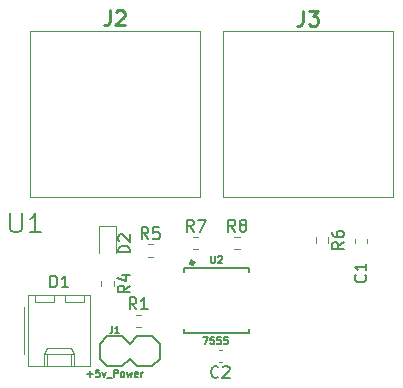
<source format=gbr>
%TF.GenerationSoftware,KiCad,Pcbnew,(5.99.0-11760-g13083c80c2)*%
%TF.CreationDate,2021-08-25T14:33:34-04:00*%
%TF.ProjectId,DigitimerPulseExtender_v3,44696769-7469-46d6-9572-50756c736545,rev?*%
%TF.SameCoordinates,Original*%
%TF.FileFunction,Legend,Top*%
%TF.FilePolarity,Positive*%
%FSLAX46Y46*%
G04 Gerber Fmt 4.6, Leading zero omitted, Abs format (unit mm)*
G04 Created by KiCad (PCBNEW (5.99.0-11760-g13083c80c2)) date 2021-08-25 14:33:34*
%MOMM*%
%LPD*%
G01*
G04 APERTURE LIST*
%ADD10C,0.127000*%
%ADD11C,0.150000*%
%ADD12C,0.254000*%
%ADD13C,0.203200*%
%ADD14C,0.299720*%
%ADD15C,0.120000*%
%ADD16C,0.100000*%
G04 APERTURE END LIST*
D10*
%TO.C,U2*%
X53027942Y-56968571D02*
X53027942Y-57462057D01*
X53056971Y-57520114D01*
X53086000Y-57549142D01*
X53144057Y-57578171D01*
X53260171Y-57578171D01*
X53318228Y-57549142D01*
X53347257Y-57520114D01*
X53376285Y-57462057D01*
X53376285Y-56968571D01*
X53637542Y-57026628D02*
X53666571Y-56997600D01*
X53724628Y-56968571D01*
X53869771Y-56968571D01*
X53927828Y-56997600D01*
X53956857Y-57026628D01*
X53985885Y-57084685D01*
X53985885Y-57142742D01*
X53956857Y-57229828D01*
X53608514Y-57578171D01*
X53985885Y-57578171D01*
X52367542Y-63818951D02*
X52773942Y-63818951D01*
X52512685Y-64428551D01*
X53296457Y-63818951D02*
X53006171Y-63818951D01*
X52977142Y-64109237D01*
X53006171Y-64080208D01*
X53064228Y-64051180D01*
X53209371Y-64051180D01*
X53267428Y-64080208D01*
X53296457Y-64109237D01*
X53325485Y-64167294D01*
X53325485Y-64312437D01*
X53296457Y-64370494D01*
X53267428Y-64399522D01*
X53209371Y-64428551D01*
X53064228Y-64428551D01*
X53006171Y-64399522D01*
X52977142Y-64370494D01*
X53877028Y-63818951D02*
X53586742Y-63818951D01*
X53557714Y-64109237D01*
X53586742Y-64080208D01*
X53644800Y-64051180D01*
X53789942Y-64051180D01*
X53848000Y-64080208D01*
X53877028Y-64109237D01*
X53906057Y-64167294D01*
X53906057Y-64312437D01*
X53877028Y-64370494D01*
X53848000Y-64399522D01*
X53789942Y-64428551D01*
X53644800Y-64428551D01*
X53586742Y-64399522D01*
X53557714Y-64370494D01*
X54457600Y-63818951D02*
X54167314Y-63818951D01*
X54138285Y-64109237D01*
X54167314Y-64080208D01*
X54225371Y-64051180D01*
X54370514Y-64051180D01*
X54428571Y-64080208D01*
X54457600Y-64109237D01*
X54486628Y-64167294D01*
X54486628Y-64312437D01*
X54457600Y-64370494D01*
X54428571Y-64399522D01*
X54370514Y-64428551D01*
X54225371Y-64428551D01*
X54167314Y-64399522D01*
X54138285Y-64370494D01*
D11*
%TO.C,C2*%
X53655933Y-67192142D02*
X53608314Y-67239761D01*
X53465457Y-67287380D01*
X53370219Y-67287380D01*
X53227361Y-67239761D01*
X53132123Y-67144523D01*
X53084504Y-67049285D01*
X53036885Y-66858809D01*
X53036885Y-66715952D01*
X53084504Y-66525476D01*
X53132123Y-66430238D01*
X53227361Y-66335000D01*
X53370219Y-66287380D01*
X53465457Y-66287380D01*
X53608314Y-66335000D01*
X53655933Y-66382619D01*
X54036885Y-66382619D02*
X54084504Y-66335000D01*
X54179742Y-66287380D01*
X54417838Y-66287380D01*
X54513076Y-66335000D01*
X54560695Y-66382619D01*
X54608314Y-66477857D01*
X54608314Y-66573095D01*
X54560695Y-66715952D01*
X53989266Y-67287380D01*
X54608314Y-67287380D01*
%TO.C,R8*%
X55078333Y-54902380D02*
X54745000Y-54426190D01*
X54506904Y-54902380D02*
X54506904Y-53902380D01*
X54887857Y-53902380D01*
X54983095Y-53950000D01*
X55030714Y-53997619D01*
X55078333Y-54092857D01*
X55078333Y-54235714D01*
X55030714Y-54330952D01*
X54983095Y-54378571D01*
X54887857Y-54426190D01*
X54506904Y-54426190D01*
X55649761Y-54330952D02*
X55554523Y-54283333D01*
X55506904Y-54235714D01*
X55459285Y-54140476D01*
X55459285Y-54092857D01*
X55506904Y-53997619D01*
X55554523Y-53950000D01*
X55649761Y-53902380D01*
X55840238Y-53902380D01*
X55935476Y-53950000D01*
X55983095Y-53997619D01*
X56030714Y-54092857D01*
X56030714Y-54140476D01*
X55983095Y-54235714D01*
X55935476Y-54283333D01*
X55840238Y-54330952D01*
X55649761Y-54330952D01*
X55554523Y-54378571D01*
X55506904Y-54426190D01*
X55459285Y-54521428D01*
X55459285Y-54711904D01*
X55506904Y-54807142D01*
X55554523Y-54854761D01*
X55649761Y-54902380D01*
X55840238Y-54902380D01*
X55935476Y-54854761D01*
X55983095Y-54807142D01*
X56030714Y-54711904D01*
X56030714Y-54521428D01*
X55983095Y-54426190D01*
X55935476Y-54378571D01*
X55840238Y-54330952D01*
%TO.C,R4*%
X46154580Y-59475666D02*
X45678390Y-59809000D01*
X46154580Y-60047095D02*
X45154580Y-60047095D01*
X45154580Y-59666142D01*
X45202200Y-59570904D01*
X45249819Y-59523285D01*
X45345057Y-59475666D01*
X45487914Y-59475666D01*
X45583152Y-59523285D01*
X45630771Y-59570904D01*
X45678390Y-59666142D01*
X45678390Y-60047095D01*
X45487914Y-58618523D02*
X46154580Y-58618523D01*
X45106961Y-58856619D02*
X45821247Y-59094714D01*
X45821247Y-58475666D01*
%TO.C,R6*%
X64290180Y-55780466D02*
X63813990Y-56113800D01*
X64290180Y-56351895D02*
X63290180Y-56351895D01*
X63290180Y-55970942D01*
X63337800Y-55875704D01*
X63385419Y-55828085D01*
X63480657Y-55780466D01*
X63623514Y-55780466D01*
X63718752Y-55828085D01*
X63766371Y-55875704D01*
X63813990Y-55970942D01*
X63813990Y-56351895D01*
X63290180Y-54923323D02*
X63290180Y-55113800D01*
X63337800Y-55209038D01*
X63385419Y-55256657D01*
X63528276Y-55351895D01*
X63718752Y-55399514D01*
X64099704Y-55399514D01*
X64194942Y-55351895D01*
X64242561Y-55304276D01*
X64290180Y-55209038D01*
X64290180Y-55018561D01*
X64242561Y-54923323D01*
X64194942Y-54875704D01*
X64099704Y-54828085D01*
X63861609Y-54828085D01*
X63766371Y-54875704D01*
X63718752Y-54923323D01*
X63671133Y-55018561D01*
X63671133Y-55209038D01*
X63718752Y-55304276D01*
X63766371Y-55351895D01*
X63861609Y-55399514D01*
%TO.C,C1*%
X66092342Y-58561266D02*
X66139961Y-58608885D01*
X66187580Y-58751742D01*
X66187580Y-58846980D01*
X66139961Y-58989838D01*
X66044723Y-59085076D01*
X65949485Y-59132695D01*
X65759009Y-59180314D01*
X65616152Y-59180314D01*
X65425676Y-59132695D01*
X65330438Y-59085076D01*
X65235200Y-58989838D01*
X65187580Y-58846980D01*
X65187580Y-58751742D01*
X65235200Y-58608885D01*
X65282819Y-58561266D01*
X66187580Y-57608885D02*
X66187580Y-58180314D01*
X66187580Y-57894600D02*
X65187580Y-57894600D01*
X65330438Y-57989838D01*
X65425676Y-58085076D01*
X65473295Y-58180314D01*
%TO.C,D1*%
X39444704Y-59623780D02*
X39444704Y-58623780D01*
X39682800Y-58623780D01*
X39825657Y-58671400D01*
X39920895Y-58766638D01*
X39968514Y-58861876D01*
X40016133Y-59052352D01*
X40016133Y-59195209D01*
X39968514Y-59385685D01*
X39920895Y-59480923D01*
X39825657Y-59576161D01*
X39682800Y-59623780D01*
X39444704Y-59623780D01*
X40968514Y-59623780D02*
X40397085Y-59623780D01*
X40682800Y-59623780D02*
X40682800Y-58623780D01*
X40587561Y-58766638D01*
X40492323Y-58861876D01*
X40397085Y-58909495D01*
%TO.C,R5*%
X47737733Y-55537380D02*
X47404400Y-55061190D01*
X47166304Y-55537380D02*
X47166304Y-54537380D01*
X47547257Y-54537380D01*
X47642495Y-54585000D01*
X47690114Y-54632619D01*
X47737733Y-54727857D01*
X47737733Y-54870714D01*
X47690114Y-54965952D01*
X47642495Y-55013571D01*
X47547257Y-55061190D01*
X47166304Y-55061190D01*
X48642495Y-54537380D02*
X48166304Y-54537380D01*
X48118685Y-55013571D01*
X48166304Y-54965952D01*
X48261542Y-54918333D01*
X48499638Y-54918333D01*
X48594876Y-54965952D01*
X48642495Y-55013571D01*
X48690114Y-55108809D01*
X48690114Y-55346904D01*
X48642495Y-55442142D01*
X48594876Y-55489761D01*
X48499638Y-55537380D01*
X48261542Y-55537380D01*
X48166304Y-55489761D01*
X48118685Y-55442142D01*
%TO.C,R7*%
X51573133Y-54902380D02*
X51239800Y-54426190D01*
X51001704Y-54902380D02*
X51001704Y-53902380D01*
X51382657Y-53902380D01*
X51477895Y-53950000D01*
X51525514Y-53997619D01*
X51573133Y-54092857D01*
X51573133Y-54235714D01*
X51525514Y-54330952D01*
X51477895Y-54378571D01*
X51382657Y-54426190D01*
X51001704Y-54426190D01*
X51906466Y-53902380D02*
X52573133Y-53902380D01*
X52144561Y-54902380D01*
D12*
%TO.C,J2*%
X44458466Y-36172855D02*
X44458466Y-37079998D01*
X44397990Y-37261427D01*
X44277038Y-37382379D01*
X44095609Y-37442855D01*
X43974657Y-37442855D01*
X45002752Y-36293808D02*
X45063228Y-36233332D01*
X45184180Y-36172855D01*
X45486561Y-36172855D01*
X45607514Y-36233332D01*
X45667990Y-36293808D01*
X45728466Y-36414760D01*
X45728466Y-36535712D01*
X45667990Y-36717141D01*
X44942276Y-37442855D01*
X45728466Y-37442855D01*
D10*
%TO.C,J1*%
X44678600Y-62912171D02*
X44678600Y-63347600D01*
X44649571Y-63434685D01*
X44591514Y-63492742D01*
X44504428Y-63521771D01*
X44446371Y-63521771D01*
X45288200Y-63521771D02*
X44939857Y-63521771D01*
X45114028Y-63521771D02*
X45114028Y-62912171D01*
X45055971Y-62999257D01*
X44997914Y-63057314D01*
X44939857Y-63086342D01*
X42545000Y-66972542D02*
X43009457Y-66972542D01*
X42777228Y-67204771D02*
X42777228Y-66740314D01*
X43590028Y-66595171D02*
X43299742Y-66595171D01*
X43270714Y-66885457D01*
X43299742Y-66856428D01*
X43357800Y-66827400D01*
X43502942Y-66827400D01*
X43561000Y-66856428D01*
X43590028Y-66885457D01*
X43619057Y-66943514D01*
X43619057Y-67088657D01*
X43590028Y-67146714D01*
X43561000Y-67175742D01*
X43502942Y-67204771D01*
X43357800Y-67204771D01*
X43299742Y-67175742D01*
X43270714Y-67146714D01*
X43822257Y-66798371D02*
X43967400Y-67204771D01*
X44112542Y-66798371D01*
X44199628Y-67262828D02*
X44664085Y-67262828D01*
X44809228Y-67204771D02*
X44809228Y-66595171D01*
X45041457Y-66595171D01*
X45099514Y-66624200D01*
X45128542Y-66653228D01*
X45157571Y-66711285D01*
X45157571Y-66798371D01*
X45128542Y-66856428D01*
X45099514Y-66885457D01*
X45041457Y-66914485D01*
X44809228Y-66914485D01*
X45505914Y-67204771D02*
X45447857Y-67175742D01*
X45418828Y-67146714D01*
X45389800Y-67088657D01*
X45389800Y-66914485D01*
X45418828Y-66856428D01*
X45447857Y-66827400D01*
X45505914Y-66798371D01*
X45593000Y-66798371D01*
X45651057Y-66827400D01*
X45680085Y-66856428D01*
X45709114Y-66914485D01*
X45709114Y-67088657D01*
X45680085Y-67146714D01*
X45651057Y-67175742D01*
X45593000Y-67204771D01*
X45505914Y-67204771D01*
X45912314Y-66798371D02*
X46028428Y-67204771D01*
X46144542Y-66914485D01*
X46260657Y-67204771D01*
X46376771Y-66798371D01*
X46841228Y-67175742D02*
X46783171Y-67204771D01*
X46667057Y-67204771D01*
X46609000Y-67175742D01*
X46579971Y-67117685D01*
X46579971Y-66885457D01*
X46609000Y-66827400D01*
X46667057Y-66798371D01*
X46783171Y-66798371D01*
X46841228Y-66827400D01*
X46870257Y-66885457D01*
X46870257Y-66943514D01*
X46579971Y-67001571D01*
X47131514Y-67204771D02*
X47131514Y-66798371D01*
X47131514Y-66914485D02*
X47160542Y-66856428D01*
X47189571Y-66827400D01*
X47247628Y-66798371D01*
X47305685Y-66798371D01*
D11*
%TO.C,U1*%
X36061606Y-53330648D02*
X36061606Y-54659829D01*
X36139793Y-54816203D01*
X36217980Y-54894390D01*
X36374354Y-54972577D01*
X36687103Y-54972577D01*
X36843477Y-54894390D01*
X36921664Y-54816203D01*
X36999851Y-54659829D01*
X36999851Y-53330648D01*
X38641780Y-54972577D02*
X37703535Y-54972577D01*
X38172658Y-54972577D02*
X38172658Y-53330648D01*
X38016283Y-53565209D01*
X37859909Y-53721583D01*
X37703535Y-53799770D01*
D12*
%TO.C,J3*%
X60841466Y-36198255D02*
X60841466Y-37105398D01*
X60780990Y-37286827D01*
X60660038Y-37407779D01*
X60478609Y-37468255D01*
X60357657Y-37468255D01*
X61325276Y-36198255D02*
X62111466Y-36198255D01*
X61688133Y-36682065D01*
X61869561Y-36682065D01*
X61990514Y-36742541D01*
X62050990Y-36803017D01*
X62111466Y-36923970D01*
X62111466Y-37226351D01*
X62050990Y-37347303D01*
X61990514Y-37407779D01*
X61869561Y-37468255D01*
X61506704Y-37468255D01*
X61385752Y-37407779D01*
X61325276Y-37347303D01*
D11*
%TO.C,R1*%
X46721733Y-61480980D02*
X46388400Y-61004790D01*
X46150304Y-61480980D02*
X46150304Y-60480980D01*
X46531257Y-60480980D01*
X46626495Y-60528600D01*
X46674114Y-60576219D01*
X46721733Y-60671457D01*
X46721733Y-60814314D01*
X46674114Y-60909552D01*
X46626495Y-60957171D01*
X46531257Y-61004790D01*
X46150304Y-61004790D01*
X47674114Y-61480980D02*
X47102685Y-61480980D01*
X47388400Y-61480980D02*
X47388400Y-60480980D01*
X47293161Y-60623838D01*
X47197923Y-60719076D01*
X47102685Y-60766695D01*
%TO.C,D2*%
X46179980Y-56668895D02*
X45179980Y-56668895D01*
X45179980Y-56430800D01*
X45227600Y-56287942D01*
X45322838Y-56192704D01*
X45418076Y-56145085D01*
X45608552Y-56097466D01*
X45751409Y-56097466D01*
X45941885Y-56145085D01*
X46037123Y-56192704D01*
X46132361Y-56287942D01*
X46179980Y-56430800D01*
X46179980Y-56668895D01*
X45275219Y-55716514D02*
X45227600Y-55668895D01*
X45179980Y-55573657D01*
X45179980Y-55335561D01*
X45227600Y-55240323D01*
X45275219Y-55192704D01*
X45370457Y-55145085D01*
X45465695Y-55145085D01*
X45608552Y-55192704D01*
X46179980Y-55764133D01*
X46179980Y-55145085D01*
D13*
%TO.C,U2*%
X56258460Y-57965340D02*
X50726340Y-57965340D01*
X56258460Y-58293000D02*
X56258460Y-57965340D01*
X56258460Y-63497460D02*
X56258460Y-63169800D01*
X50726340Y-63497460D02*
X56258460Y-63497460D01*
X50726340Y-57965340D02*
X50726340Y-58293000D01*
X50726340Y-63169800D02*
X50726340Y-63497460D01*
D14*
X51592480Y-57538620D02*
G75*
G03*
X51592480Y-57538620I-149860J0D01*
G01*
D15*
%TO.C,C2*%
X53963180Y-65915000D02*
X53682020Y-65915000D01*
X53963180Y-64895000D02*
X53682020Y-64895000D01*
%TO.C,R8*%
X55007742Y-56402500D02*
X55482258Y-56402500D01*
X55007742Y-55357500D02*
X55482258Y-55357500D01*
%TO.C,R4*%
X43749700Y-59071742D02*
X43749700Y-59546258D01*
X44794700Y-59071742D02*
X44794700Y-59546258D01*
%TO.C,R6*%
X61885300Y-55376542D02*
X61885300Y-55851058D01*
X62930300Y-55376542D02*
X62930300Y-55851058D01*
%TO.C,C1*%
X65199800Y-55842780D02*
X65199800Y-55561620D01*
X66219800Y-55842780D02*
X66219800Y-55561620D01*
%TO.C,D1*%
X42832800Y-60261400D02*
X37532800Y-60261400D01*
X42252800Y-60861400D02*
X42252800Y-60261400D01*
X41452800Y-65281400D02*
X41452800Y-66281400D01*
X38912800Y-65281400D02*
X41452800Y-65281400D01*
X39712800Y-60861400D02*
X39712800Y-60261400D01*
X38912800Y-65281400D02*
X39162800Y-64751400D01*
X40652800Y-60861400D02*
X42252800Y-60861400D01*
X42832800Y-66281400D02*
X42832800Y-60261400D01*
X38112800Y-60861400D02*
X39712800Y-60861400D01*
X38912800Y-66281400D02*
X38912800Y-65281400D01*
X37532800Y-60261400D02*
X37532800Y-66281400D01*
X40652800Y-60261400D02*
X40652800Y-60861400D01*
X39162800Y-64751400D02*
X41202800Y-64751400D01*
X37532800Y-66281400D02*
X42832800Y-66281400D01*
X39162800Y-66281400D02*
X39162800Y-65281400D01*
X38112800Y-60261400D02*
X38112800Y-60861400D01*
X37242800Y-61291400D02*
X37242800Y-65291400D01*
X41202800Y-66281400D02*
X41202800Y-65281400D01*
X41202800Y-64751400D02*
X41452800Y-65281400D01*
%TO.C,R5*%
X47667142Y-55992500D02*
X48141658Y-55992500D01*
X47667142Y-57037500D02*
X48141658Y-57037500D01*
%TO.C,R7*%
X51502542Y-56402500D02*
X51977058Y-56402500D01*
X51502542Y-55357500D02*
X51977058Y-55357500D01*
D16*
%TO.C,J2*%
X52081800Y-51988332D02*
X37681800Y-51988332D01*
X52081800Y-37888332D02*
X52081800Y-51988332D01*
X37681800Y-37888332D02*
X52081800Y-37888332D01*
X37681800Y-51988332D02*
X37681800Y-37888332D01*
D13*
%TO.C,J1*%
X48056800Y-63754000D02*
X48691800Y-64389000D01*
X46151800Y-65659000D02*
X45516800Y-66294000D01*
X48691800Y-65659000D02*
X48056800Y-66294000D01*
X48691800Y-64389000D02*
X48691800Y-65659000D01*
X46786800Y-66294000D02*
X46151800Y-65659000D01*
X45516800Y-63754000D02*
X46151800Y-64389000D01*
X46151800Y-64389000D02*
X46786800Y-63754000D01*
X43611800Y-65659000D02*
X44246800Y-66294000D01*
X46786800Y-63754000D02*
X48056800Y-63754000D01*
X44246800Y-63754000D02*
X45516800Y-63754000D01*
X43611800Y-64389000D02*
X43611800Y-65659000D01*
X45516800Y-66294000D02*
X44246800Y-66294000D01*
X48056800Y-66294000D02*
X46786800Y-66294000D01*
X44246800Y-63754000D02*
X43611800Y-64389000D01*
D16*
%TO.C,J3*%
X54064800Y-52013732D02*
X54064800Y-37913732D01*
X68464800Y-52013732D02*
X54064800Y-52013732D01*
X68464800Y-37913732D02*
X68464800Y-52013732D01*
X54064800Y-37913732D02*
X68464800Y-37913732D01*
D15*
%TO.C,R1*%
X46651142Y-61936100D02*
X47125658Y-61936100D01*
X46651142Y-62981100D02*
X47125658Y-62981100D01*
%TO.C,D2*%
X45032600Y-56730800D02*
X45032600Y-54445800D01*
X43562600Y-54445800D02*
X43562600Y-56730800D01*
X45032600Y-54445800D02*
X43562600Y-54445800D01*
%TD*%
M02*

</source>
